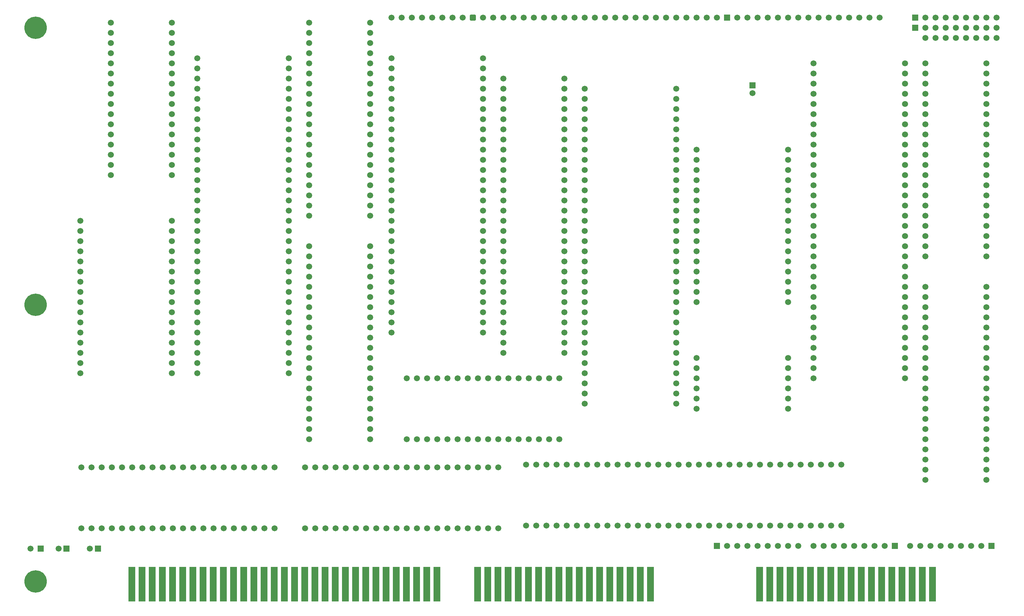
<source format=gbs>
%TF.GenerationSoftware,KiCad,Pcbnew,8.0.4*%
%TF.CreationDate,2024-08-10T12:49:49+02:00*%
%TF.ProjectId,Processor Board,50726f63-6573-4736-9f72-20426f617264,rev?*%
%TF.SameCoordinates,PX10f6c60PY1360f00*%
%TF.FileFunction,Soldermask,Bot*%
%TF.FilePolarity,Negative*%
%FSLAX46Y46*%
G04 Gerber Fmt 4.6, Leading zero omitted, Abs format (unit mm)*
G04 Created by KiCad (PCBNEW 8.0.4) date 2024-08-10 12:49:49*
%MOMM*%
%LPD*%
G01*
G04 APERTURE LIST*
G04 Aperture macros list*
%AMRoundRect*
0 Rectangle with rounded corners*
0 $1 Rounding radius*
0 $2 $3 $4 $5 $6 $7 $8 $9 X,Y pos of 4 corners*
0 Add a 4 corners polygon primitive as box body*
4,1,4,$2,$3,$4,$5,$6,$7,$8,$9,$2,$3,0*
0 Add four circle primitives for the rounded corners*
1,1,$1+$1,$2,$3*
1,1,$1+$1,$4,$5*
1,1,$1+$1,$6,$7*
1,1,$1+$1,$8,$9*
0 Add four rect primitives between the rounded corners*
20,1,$1+$1,$2,$3,$4,$5,0*
20,1,$1+$1,$4,$5,$6,$7,0*
20,1,$1+$1,$6,$7,$8,$9,0*
20,1,$1+$1,$8,$9,$2,$3,0*%
G04 Aperture macros list end*
%ADD10C,1.500000*%
%ADD11R,1.780000X8.620000*%
%ADD12RoundRect,0.262467X-0.537533X-0.537533X0.537533X-0.537533X0.537533X0.537533X-0.537533X0.537533X0*%
%ADD13R,1.600000X1.600000*%
%ADD14R,1.500000X1.500000*%
%ADD15RoundRect,0.400000X-0.400000X-0.400000X0.400000X-0.400000X0.400000X0.400000X-0.400000X0.400000X0*%
%ADD16C,5.600000*%
G04 APERTURE END LIST*
D10*
%TO.C,B10*%
X18772500Y1270000D03*
X18772500Y-1270000D03*
X18772500Y-3810000D03*
X18772500Y-6350000D03*
X18772500Y-8890000D03*
X18772500Y-11430000D03*
X18772500Y-13970000D03*
X18772500Y-16510000D03*
X18772500Y-19050000D03*
X18772500Y-21590000D03*
X18772500Y-24130000D03*
X18772500Y-26670000D03*
X18772500Y-29210000D03*
X18772500Y-31750000D03*
X18772500Y-34290000D03*
X18772500Y-36830000D03*
X34012500Y-36830000D03*
X34012500Y-34290000D03*
X34012500Y-31750000D03*
X34012500Y-29210000D03*
X34012500Y-26670000D03*
X34012500Y-24130000D03*
X34012500Y-21590000D03*
X34012500Y-19050000D03*
X34012500Y-16510000D03*
X34012500Y-13970000D03*
X34012500Y-11430000D03*
X34012500Y-8890000D03*
X34012500Y-6350000D03*
X34012500Y-3810000D03*
X34012500Y-1270000D03*
X34012500Y1270000D03*
%TD*%
D11*
%TO.C,J1*%
X180858248Y-139065000D03*
X183398248Y-139065000D03*
X185938248Y-139065000D03*
X188478248Y-139065000D03*
X191018248Y-139065000D03*
X193558248Y-139065000D03*
X196098248Y-139065000D03*
X198638248Y-139065000D03*
X201178248Y-139065000D03*
X203718248Y-139065000D03*
X206258248Y-139065000D03*
X208798248Y-139065000D03*
X211338248Y-139065000D03*
X213878248Y-139065000D03*
X216418248Y-139065000D03*
X218958248Y-139065000D03*
X221498248Y-139065000D03*
X224038248Y-139065000D03*
%TD*%
D12*
%TO.C,B18*%
X219710000Y2540000D03*
D10*
X222250000Y2540000D03*
X224790000Y2540000D03*
X227330000Y2540000D03*
X229870000Y2540000D03*
X232410000Y2540000D03*
X234950000Y2540000D03*
X237490000Y2540000D03*
X240030000Y2540000D03*
D13*
X219710000Y0D03*
D10*
X222250000Y0D03*
X224790000Y0D03*
X227330000Y0D03*
X229870000Y0D03*
X232410000Y0D03*
X234950000Y0D03*
X237490000Y0D03*
X240030000Y0D03*
X222250000Y-2540000D03*
X224790000Y-2540000D03*
X227329999Y-2540000D03*
X229870000Y-2540000D03*
X232410000Y-2540000D03*
X234950000Y-2540000D03*
X237490000Y-2540000D03*
X240030001Y-2540000D03*
%TD*%
%TO.C,B5*%
X116840000Y-12700000D03*
X116840000Y-15240000D03*
X116840000Y-17780000D03*
X116840000Y-20320000D03*
X116840000Y-22860000D03*
X116840000Y-25400000D03*
X116840000Y-27940000D03*
X116840000Y-30480000D03*
X116840000Y-33020000D03*
X116840000Y-35560000D03*
X116840000Y-38100000D03*
X116840000Y-40640000D03*
X116840000Y-43180000D03*
X116840000Y-45720000D03*
X116840000Y-48260000D03*
X116840000Y-50800000D03*
X116840000Y-53340000D03*
X116840000Y-55880000D03*
X116840000Y-58420000D03*
X116840000Y-60960000D03*
X116840000Y-63500000D03*
X116840000Y-66040000D03*
X116840000Y-68580000D03*
X116840000Y-71120000D03*
X116840000Y-73660000D03*
X116840000Y-76200000D03*
X116840000Y-78740000D03*
X116840000Y-81280000D03*
X132080000Y-81280000D03*
X132080000Y-78740000D03*
X132080000Y-76200000D03*
X132080000Y-73660000D03*
X132080000Y-71120000D03*
X132080000Y-68580000D03*
X132080000Y-66040000D03*
X132080000Y-63500000D03*
X132080000Y-60960000D03*
X132080000Y-58420000D03*
X132080000Y-55880000D03*
X132080000Y-53340000D03*
X132080000Y-50800000D03*
X132080000Y-48260000D03*
X132080000Y-45720000D03*
X132080000Y-43180000D03*
X132080000Y-40640000D03*
X132080000Y-38100000D03*
X132080000Y-35560000D03*
X132080000Y-33020000D03*
X132080000Y-30480000D03*
X132080000Y-27940000D03*
X132080000Y-25400000D03*
X132080000Y-22860000D03*
X132080000Y-20320000D03*
X132080000Y-17780000D03*
X132080000Y-15240000D03*
X132080000Y-12700000D03*
%TD*%
%TO.C,B3*%
X222250000Y-8890000D03*
X222250000Y-11430000D03*
X222250000Y-13970000D03*
X222250000Y-16510000D03*
X222250000Y-19050000D03*
X222250000Y-21590000D03*
X222250000Y-24130000D03*
X222250000Y-26670000D03*
X222250000Y-29210000D03*
X222250000Y-31750000D03*
X222250000Y-34290000D03*
X222250000Y-36830000D03*
X222250000Y-39370000D03*
X222250000Y-41910000D03*
X222250000Y-44450000D03*
X222250000Y-46990000D03*
X222250000Y-49530000D03*
X222250000Y-52070000D03*
X222250000Y-54610000D03*
X222250000Y-57150000D03*
X237490000Y-57150000D03*
X237490000Y-54610000D03*
X237490000Y-52070000D03*
X237490000Y-49530000D03*
X237490000Y-46990000D03*
X237490000Y-44450000D03*
X237490000Y-41910000D03*
X237490000Y-39370000D03*
X237490000Y-36830000D03*
X237490000Y-34290000D03*
X237490000Y-31750000D03*
X237490000Y-29210000D03*
X237490000Y-26670000D03*
X237490000Y-24130000D03*
X237490000Y-21590000D03*
X237490000Y-19050000D03*
X237490000Y-16510000D03*
X237490000Y-13970000D03*
X237490000Y-11430000D03*
X237490000Y-8890000D03*
%TD*%
%TO.C,B9*%
X59682000Y-109855000D03*
X57142000Y-109855000D03*
X54602000Y-109855000D03*
X52062000Y-109855000D03*
X49522000Y-109855000D03*
X46982000Y-109855000D03*
X44442000Y-109855000D03*
X41902000Y-109855000D03*
X39362000Y-109855000D03*
X36822000Y-109855000D03*
X34282000Y-109855000D03*
X31742000Y-109855000D03*
X29202000Y-109855000D03*
X26662000Y-109855000D03*
X24122000Y-109855000D03*
X21582000Y-109855000D03*
X19042000Y-109855000D03*
X16502000Y-109855000D03*
X13962000Y-109855000D03*
X11422000Y-109855000D03*
X11422000Y-125095000D03*
X13962000Y-125095000D03*
X16502000Y-125095000D03*
X19042000Y-125095000D03*
X21582000Y-125095000D03*
X24122000Y-125095000D03*
X26662000Y-125095000D03*
X29202000Y-125095000D03*
X31742000Y-125095000D03*
X34282000Y-125095000D03*
X36822000Y-125095000D03*
X39362000Y-125095000D03*
X41902000Y-125095000D03*
X44442000Y-125095000D03*
X46982000Y-125095000D03*
X49522000Y-125095000D03*
X52062000Y-125095000D03*
X54602000Y-125095000D03*
X57142000Y-125095000D03*
X59682000Y-125095000D03*
%TD*%
%TO.C,B11*%
X11152500Y-48260000D03*
X11152500Y-50800000D03*
X11152500Y-53340000D03*
X11152500Y-55880000D03*
X11152500Y-58420000D03*
X11152500Y-60960000D03*
X11152500Y-63500000D03*
X11152500Y-66040000D03*
X11152500Y-68580000D03*
X11152500Y-71120000D03*
X11152500Y-73660000D03*
X11152500Y-76200000D03*
X11152500Y-78740000D03*
X11152500Y-81280000D03*
X11152500Y-83820000D03*
X11152500Y-86360000D03*
X34012500Y-86360000D03*
X34012500Y-83820000D03*
X34012500Y-81280000D03*
X34012500Y-78740000D03*
X34012500Y-76200000D03*
X34012500Y-73660000D03*
X34012500Y-71120000D03*
X34012500Y-68580000D03*
X34012500Y-66040000D03*
X34012500Y-63500000D03*
X34012500Y-60960000D03*
X34012500Y-58420000D03*
X34012500Y-55880000D03*
X34012500Y-53340000D03*
X34012500Y-50800000D03*
X34012500Y-48260000D03*
%TD*%
D14*
%TO.C,RN8*%
X238760000Y-129540000D03*
D10*
X236220000Y-129540000D03*
X233680000Y-129540000D03*
X231140000Y-129540000D03*
X228600000Y-129540000D03*
X226060000Y-129540000D03*
X223520000Y-129540000D03*
X220980000Y-129540000D03*
X218440000Y-129540000D03*
%TD*%
%TO.C,B13*%
X88900000Y2540000D03*
X91440000Y2540000D03*
X93980000Y2540000D03*
X96520000Y2540000D03*
X99060000Y2540000D03*
X101600000Y2540000D03*
X104140000Y2540000D03*
X106680000Y2540000D03*
D15*
X109220000Y2540000D03*
D10*
X111760000Y2540000D03*
X114300000Y2540000D03*
X116840000Y2540000D03*
X119380000Y2540000D03*
X121920000Y2540000D03*
X124460000Y2540000D03*
X127000000Y2540000D03*
X129540000Y2540000D03*
X132080000Y2540000D03*
X134620000Y2540000D03*
X137160000Y2540000D03*
X139700000Y2540000D03*
X142240000Y2540000D03*
X144780000Y2540000D03*
X147320000Y2540000D03*
X149860000Y2540000D03*
X152400000Y2540000D03*
X154940000Y2540000D03*
X157480000Y2540000D03*
X160020000Y2540000D03*
X162560000Y2540000D03*
X165100000Y2540000D03*
X167640000Y2540000D03*
X170180000Y2540000D03*
D13*
X172720000Y2540000D03*
D10*
X175260000Y2540000D03*
X177800000Y2540000D03*
X180340000Y2540000D03*
X182880000Y2540000D03*
X185420000Y2540000D03*
X187960000Y2540000D03*
X190500000Y2540000D03*
X193040000Y2540000D03*
X195580000Y2540000D03*
X198120000Y2540000D03*
X200660000Y2540000D03*
X203200000Y2540000D03*
X205740000Y2540000D03*
X208280000Y2540000D03*
X210820000Y2540000D03*
%TD*%
%TO.C,B14*%
X68302500Y1270000D03*
X68302500Y-1270000D03*
X68302500Y-3810000D03*
X68302500Y-6350000D03*
X68302500Y-8890000D03*
X68302500Y-11430000D03*
X68302500Y-13970000D03*
X68302500Y-16510000D03*
X68302500Y-19050000D03*
X68302500Y-21590000D03*
X68302500Y-24130000D03*
X68302500Y-26670000D03*
X68302500Y-29210000D03*
X68302500Y-31750000D03*
X68302500Y-34290000D03*
X68302500Y-36830000D03*
X68302500Y-39370000D03*
X68302500Y-41910000D03*
X68302500Y-44450000D03*
X68302500Y-46990000D03*
X83542500Y-46990000D03*
X83542500Y-44450000D03*
X83542500Y-41910000D03*
X83542500Y-39370000D03*
X83542500Y-36830000D03*
X83542500Y-34290000D03*
X83542500Y-31750000D03*
X83542500Y-29210000D03*
X83542500Y-26670000D03*
X83542500Y-24130000D03*
X83542500Y-21590000D03*
X83542500Y-19050000D03*
X83542500Y-16510000D03*
X83542500Y-13970000D03*
X83542500Y-11430000D03*
X83542500Y-8890000D03*
X83542500Y-6350000D03*
X83542500Y-3810000D03*
X83542500Y-1270000D03*
X83542500Y1270000D03*
%TD*%
%TO.C,B19*%
X165100000Y-82550000D03*
X165100000Y-85090000D03*
X165100000Y-87630000D03*
X165100000Y-90170000D03*
X165100000Y-92710000D03*
X165100000Y-95250000D03*
X187960000Y-95250000D03*
X187960000Y-92710000D03*
X187960000Y-90170000D03*
X187960000Y-87630000D03*
X187960000Y-85090000D03*
X187960000Y-82550000D03*
%TD*%
D14*
%TO.C,C4*%
X7739000Y-130175000D03*
D10*
X5739000Y-130175000D03*
%TD*%
D16*
%TO.C,H8*%
X0Y0D03*
%TD*%
D10*
%TO.C,B15*%
X130810000Y-87630000D03*
X128270000Y-87630000D03*
X125730000Y-87630000D03*
X123190000Y-87630000D03*
X120650000Y-87630000D03*
X118110000Y-87630000D03*
X115570000Y-87630000D03*
X113030000Y-87630000D03*
X110490000Y-87630000D03*
X107950000Y-87630000D03*
X105410000Y-87630000D03*
X102870000Y-87630000D03*
X100330000Y-87630000D03*
X97790000Y-87630000D03*
X95250000Y-87630000D03*
X92710000Y-87630000D03*
X92710000Y-102870000D03*
X95250000Y-102870000D03*
X97790000Y-102870000D03*
X100330000Y-102870000D03*
X102870000Y-102870000D03*
X105410000Y-102870000D03*
X107950000Y-102870000D03*
X110490000Y-102870000D03*
X113030000Y-102870000D03*
X115570000Y-102870000D03*
X118110000Y-102870000D03*
X120650000Y-102870000D03*
X123190000Y-102870000D03*
X125730000Y-102870000D03*
X128270000Y-102870000D03*
X130810000Y-102870000D03*
%TD*%
D14*
%TO.C,RN9*%
X214630000Y-129540000D03*
D10*
X212090000Y-129540000D03*
X209550000Y-129540000D03*
X207010000Y-129540000D03*
X204470000Y-129540000D03*
X201930000Y-129540000D03*
X199390000Y-129540000D03*
X196850000Y-129540000D03*
X194310000Y-129540000D03*
%TD*%
%TO.C,B6*%
X40362500Y-7620000D03*
X40362500Y-10160000D03*
X40362500Y-12700000D03*
X40362500Y-15240000D03*
X40362500Y-17780000D03*
X40362500Y-20320000D03*
X40362500Y-22860000D03*
X40362500Y-25400000D03*
X40362500Y-27940000D03*
X40362500Y-30480000D03*
X40362500Y-33020000D03*
X40362500Y-35560000D03*
X40362500Y-38100000D03*
X40362500Y-40640000D03*
X40362500Y-43180000D03*
X40362500Y-45720000D03*
X40362500Y-48260000D03*
X40362500Y-50800000D03*
X40362500Y-53340000D03*
X40362500Y-55880000D03*
X40362500Y-58420000D03*
X40362500Y-60960000D03*
X40362500Y-63500000D03*
X40362500Y-66040000D03*
X40362500Y-68580000D03*
X40362500Y-71120000D03*
X40362500Y-73660000D03*
X40362500Y-76200000D03*
X40362500Y-78740000D03*
X40362500Y-81280000D03*
X40362500Y-83820000D03*
X40362500Y-86360000D03*
X63222500Y-86360000D03*
X63222500Y-83820000D03*
X63222500Y-81280000D03*
X63222500Y-78740000D03*
X63222500Y-76200000D03*
X63222500Y-73660000D03*
X63222500Y-71120000D03*
X63222500Y-68580000D03*
X63222500Y-66040000D03*
X63222500Y-63500000D03*
X63222500Y-60960000D03*
X63222500Y-58420000D03*
X63222500Y-55880000D03*
X63222500Y-53340000D03*
X63222500Y-50800000D03*
X63222500Y-48260000D03*
X63222500Y-45720000D03*
X63222500Y-43180000D03*
X63222500Y-40640000D03*
X63222500Y-38100000D03*
X63222500Y-35560000D03*
X63222500Y-33020000D03*
X63222500Y-30480000D03*
X63222500Y-27940000D03*
X63222500Y-25400000D03*
X63222500Y-22860000D03*
X63222500Y-20320000D03*
X63222500Y-17780000D03*
X63222500Y-15240000D03*
X63222500Y-12700000D03*
X63222500Y-10160000D03*
X63222500Y-7620000D03*
%TD*%
%TO.C,B16*%
X68302500Y-54610000D03*
X68302500Y-57150000D03*
X68302500Y-59690000D03*
X68302500Y-62230000D03*
X68302500Y-64770000D03*
X68302500Y-67310000D03*
X68302500Y-69850000D03*
X68302500Y-72390000D03*
X68302500Y-74930000D03*
X68302500Y-77470000D03*
X68302500Y-80010000D03*
X68302500Y-82550000D03*
X68302500Y-85090000D03*
X68302500Y-87630000D03*
X68302500Y-90170000D03*
X68302500Y-92710000D03*
X68302500Y-95250000D03*
X68302500Y-97790000D03*
X68302500Y-100330000D03*
X68302500Y-102870000D03*
X83542500Y-102870000D03*
X83542500Y-100330000D03*
X83542500Y-97790000D03*
X83542500Y-95250000D03*
X83542500Y-92710000D03*
X83542500Y-90170000D03*
X83542500Y-87630000D03*
X83542500Y-85090000D03*
X83542500Y-82550000D03*
X83542500Y-80010000D03*
X83542500Y-77470000D03*
X83542500Y-74930000D03*
X83542500Y-72390000D03*
X83542500Y-69850000D03*
X83542500Y-67310000D03*
X83542500Y-64770000D03*
X83542500Y-62230000D03*
X83542500Y-59690000D03*
X83542500Y-57150000D03*
X83542500Y-54610000D03*
%TD*%
D14*
%TO.C,LED2*%
X1262000Y-130175000D03*
D10*
X-1278000Y-130175000D03*
%TD*%
D14*
%TO.C,C3*%
X15581000Y-130175000D03*
D10*
X13581000Y-130175000D03*
%TD*%
%TO.C,B1*%
X137160000Y-15240000D03*
X137160000Y-17780000D03*
X137160000Y-20320000D03*
X137160000Y-22860000D03*
X137160000Y-25400000D03*
X137160000Y-27940000D03*
X137160000Y-30480000D03*
X137160000Y-33020000D03*
X137160000Y-35560000D03*
X137160000Y-38100000D03*
X137160000Y-40640000D03*
X137160000Y-43180000D03*
X137160000Y-45720000D03*
X137160000Y-48260000D03*
X137160000Y-50800000D03*
X137160000Y-53340000D03*
X137160000Y-55880000D03*
X137160000Y-58420000D03*
X137160000Y-60960000D03*
X137160000Y-63500000D03*
X137160000Y-66040000D03*
X137160000Y-68580000D03*
X137160000Y-71120000D03*
X137160000Y-73660000D03*
X137160000Y-76200000D03*
X137160000Y-78740000D03*
X137160000Y-81280000D03*
X137160000Y-83820000D03*
X137160000Y-86360000D03*
X137160000Y-88900000D03*
X137160000Y-91440000D03*
X137160000Y-93980000D03*
X160020000Y-93980000D03*
X160020000Y-91440000D03*
X160020000Y-88900000D03*
X160020000Y-86360000D03*
X160020000Y-83820000D03*
X160020000Y-81280000D03*
X160020000Y-78740000D03*
X160020000Y-76200000D03*
X160020000Y-73660000D03*
X160020000Y-71120000D03*
X160020000Y-68580000D03*
X160020000Y-66040000D03*
X160020000Y-63500000D03*
X160020000Y-60960000D03*
X160020000Y-58420000D03*
X160020000Y-55880000D03*
X160020000Y-53340000D03*
X160020000Y-50800000D03*
X160020000Y-48260000D03*
X160020000Y-45720000D03*
X160020000Y-43180000D03*
X160020000Y-40640000D03*
X160020000Y-38100000D03*
X160020000Y-35560000D03*
X160020000Y-33020000D03*
X160020000Y-30480000D03*
X160020000Y-27940000D03*
X160020000Y-25400000D03*
X160020000Y-22860000D03*
X160020000Y-20320000D03*
X160020000Y-17780000D03*
X160020000Y-15240000D03*
%TD*%
D16*
%TO.C,H16*%
X0Y-69215000D03*
%TD*%
D10*
%TO.C,B4*%
X88900000Y-7620000D03*
X88900000Y-10160000D03*
X88900000Y-12700000D03*
X88900000Y-15240000D03*
X88900000Y-17780000D03*
X88900000Y-20320000D03*
X88900000Y-22860000D03*
X88900000Y-25400000D03*
X88900000Y-27940000D03*
X88900000Y-30480000D03*
X88900000Y-33020000D03*
X88900000Y-35560000D03*
X88900000Y-38100000D03*
X88900000Y-40640000D03*
X88900000Y-43180000D03*
X88900000Y-45720000D03*
X88900000Y-48260000D03*
X88900000Y-50800000D03*
X88900000Y-53340000D03*
X88900000Y-55880000D03*
X88900000Y-58420000D03*
X88900000Y-60960000D03*
X88900000Y-63500000D03*
X88900000Y-66040000D03*
X88900000Y-68580000D03*
X88900000Y-71120000D03*
X88900000Y-73660000D03*
X88900000Y-76200000D03*
X111760000Y-76200000D03*
X111760000Y-73660000D03*
X111760000Y-71120000D03*
X111760000Y-68580000D03*
X111760000Y-66040000D03*
X111760000Y-63500000D03*
X111760000Y-60960000D03*
X111760000Y-58420000D03*
X111760000Y-55880000D03*
X111760000Y-53340000D03*
X111760000Y-50800000D03*
X111760000Y-48260000D03*
X111760000Y-45720000D03*
X111760000Y-43180000D03*
X111760000Y-40640000D03*
X111760000Y-38100000D03*
X111760000Y-35560000D03*
X111760000Y-33020000D03*
X111760000Y-30480000D03*
X111760000Y-27940000D03*
X111760000Y-25400000D03*
X111760000Y-22860000D03*
X111760000Y-20320000D03*
X111760000Y-17780000D03*
X111760000Y-15240000D03*
X111760000Y-12700000D03*
X111760000Y-10160000D03*
X111760000Y-7620000D03*
%TD*%
%TO.C,B2*%
X165100000Y-30480000D03*
X165100000Y-33020000D03*
X165100000Y-35560000D03*
X165100000Y-38100000D03*
X165100000Y-40640000D03*
X165100000Y-43180000D03*
X165100000Y-45720000D03*
X165100000Y-48260000D03*
X165100000Y-50800000D03*
X165100000Y-53340000D03*
X165100000Y-55880000D03*
X165100000Y-58420000D03*
X165100000Y-60960000D03*
X165100000Y-63500000D03*
X165100000Y-66040000D03*
X165100000Y-68580000D03*
X187960000Y-68580000D03*
X187960000Y-66040000D03*
X187960000Y-63500000D03*
X187960000Y-60960000D03*
X187960000Y-58420000D03*
X187960000Y-55880000D03*
X187960000Y-53340000D03*
X187960000Y-50800000D03*
X187960000Y-48260000D03*
X187960000Y-45720000D03*
X187960000Y-43180000D03*
X187960000Y-40640000D03*
X187960000Y-38100000D03*
X187960000Y-35560000D03*
X187960000Y-33020000D03*
X187960000Y-30480000D03*
%TD*%
D11*
%TO.C,J5*%
X24079200Y-139065000D03*
X26619200Y-139065000D03*
X29159200Y-139065000D03*
X31699200Y-139065000D03*
X34239200Y-139065000D03*
X36779200Y-139065000D03*
X39319200Y-139065000D03*
X41859200Y-139065000D03*
X44399200Y-139065000D03*
X46939200Y-139065000D03*
X49479200Y-139065000D03*
X52019200Y-139065000D03*
X54559200Y-139065000D03*
X57099200Y-139065000D03*
X59639200Y-139065000D03*
X62179200Y-139065000D03*
X64719200Y-139065000D03*
X67259200Y-139065000D03*
X69799200Y-139065000D03*
X72339200Y-139065000D03*
X74879200Y-139065000D03*
X77419200Y-139065000D03*
X79959200Y-139065000D03*
X82499200Y-139065000D03*
X85039200Y-139065000D03*
X87579200Y-139065000D03*
X90119200Y-139065000D03*
X92659200Y-139065000D03*
X95199200Y-139065000D03*
X97739200Y-139065000D03*
X100279200Y-139065000D03*
X110439200Y-139065000D03*
X112979200Y-139065000D03*
X115519200Y-139065000D03*
X118059200Y-139065000D03*
X120599200Y-139065000D03*
X123139200Y-139065000D03*
X125679200Y-139065000D03*
X128219200Y-139065000D03*
X130759200Y-139065000D03*
X133299200Y-139065000D03*
X135839200Y-139065000D03*
X138379200Y-139065000D03*
X140919200Y-139065000D03*
X143459200Y-139065000D03*
X145999200Y-139065000D03*
X148539200Y-139065000D03*
X151079200Y-139065000D03*
X153619200Y-139065000D03*
%TD*%
D14*
%TO.C,RN7*%
X170180000Y-129540000D03*
D10*
X172720000Y-129540000D03*
X175260000Y-129540000D03*
X177800000Y-129540000D03*
X180340000Y-129540000D03*
X182880000Y-129540000D03*
X185420000Y-129540000D03*
X187960000Y-129540000D03*
X190500000Y-129540000D03*
%TD*%
%TO.C,B8*%
X115562000Y-109855000D03*
X113022000Y-109855000D03*
X110482000Y-109855000D03*
X107942000Y-109855000D03*
X105402000Y-109855000D03*
X102862000Y-109855000D03*
X100322000Y-109855000D03*
X97782000Y-109855000D03*
X95242000Y-109855000D03*
X92702000Y-109855000D03*
X90162000Y-109855000D03*
X87622000Y-109855000D03*
X85082000Y-109855000D03*
X82542000Y-109855000D03*
X80002000Y-109855000D03*
X77462000Y-109855000D03*
X74922000Y-109855000D03*
X72382000Y-109855000D03*
X69842000Y-109855000D03*
X67302000Y-109855000D03*
X67302000Y-125095000D03*
X69842000Y-125095000D03*
X72382000Y-125095000D03*
X74922000Y-125095000D03*
X77462000Y-125095000D03*
X80002000Y-125095000D03*
X82542000Y-125095000D03*
X85082000Y-125095000D03*
X87622000Y-125095000D03*
X90162000Y-125095000D03*
X92702000Y-125095000D03*
X95242000Y-125095000D03*
X97782000Y-125095000D03*
X100322000Y-125095000D03*
X102862000Y-125095000D03*
X105402000Y-125095000D03*
X107942000Y-125095000D03*
X110482000Y-125095000D03*
X113022000Y-125095000D03*
X115562000Y-125095000D03*
%TD*%
%TO.C,B7*%
X201287000Y-109220000D03*
X198747000Y-109220000D03*
X196207000Y-109220000D03*
X193667000Y-109220000D03*
X191127000Y-109220000D03*
X188587000Y-109220000D03*
X186047000Y-109220000D03*
X183507000Y-109220000D03*
X180967000Y-109220000D03*
X178427000Y-109220000D03*
X175887000Y-109220000D03*
X173347000Y-109220000D03*
X170807000Y-109220000D03*
X168267000Y-109220000D03*
X165727000Y-109220000D03*
X163187000Y-109220000D03*
X160647000Y-109220000D03*
X158107000Y-109220000D03*
X155567000Y-109220000D03*
X153027000Y-109220000D03*
X150487000Y-109220000D03*
X147947000Y-109220000D03*
X145407000Y-109220000D03*
X142867000Y-109220000D03*
X140327000Y-109220000D03*
X137787000Y-109220000D03*
X135247000Y-109220000D03*
X132707000Y-109220000D03*
X130167000Y-109220000D03*
X127627000Y-109220000D03*
X125087000Y-109220000D03*
X122547000Y-109220000D03*
X122547000Y-124460000D03*
X125087000Y-124460000D03*
X127627000Y-124460000D03*
X130167000Y-124460000D03*
X132707000Y-124460000D03*
X135247000Y-124460000D03*
X137787000Y-124460000D03*
X140327000Y-124460000D03*
X142867000Y-124460000D03*
X145407000Y-124460000D03*
X147947000Y-124460000D03*
X150487000Y-124460000D03*
X153027000Y-124460000D03*
X155567000Y-124460000D03*
X158107000Y-124460000D03*
X160647000Y-124460000D03*
X163187000Y-124460000D03*
X165727000Y-124460000D03*
X168267000Y-124460000D03*
X170807000Y-124460000D03*
X173347000Y-124460000D03*
X175887000Y-124460000D03*
X178427000Y-124460000D03*
X180967000Y-124460000D03*
X183507000Y-124460000D03*
X186047000Y-124460000D03*
X188587000Y-124460000D03*
X191127000Y-124460000D03*
X193667000Y-124460000D03*
X196207000Y-124460000D03*
X198747000Y-124460000D03*
X201287000Y-124460000D03*
%TD*%
%TO.C,B12*%
X222250000Y-64770000D03*
X222250000Y-67310000D03*
X222250000Y-69850000D03*
X222250000Y-72390000D03*
X222250000Y-74930000D03*
X222250000Y-77470000D03*
X222250000Y-80010000D03*
X222250000Y-82550000D03*
X222250000Y-85090000D03*
X222250000Y-87630000D03*
X222250000Y-90170000D03*
X222250000Y-92710000D03*
X222250000Y-95250000D03*
X222250000Y-97790000D03*
X222250000Y-100330000D03*
X222250000Y-102870000D03*
X222250000Y-105410000D03*
X222250000Y-107950000D03*
X222250000Y-110490000D03*
X222250000Y-113030000D03*
X237490000Y-113030000D03*
X237490000Y-110490000D03*
X237490000Y-107950000D03*
X237490000Y-105410000D03*
X237490000Y-102870000D03*
X237490000Y-100330000D03*
X237490000Y-97790000D03*
X237490000Y-95250000D03*
X237490000Y-92710000D03*
X237490000Y-90170000D03*
X237490000Y-87630000D03*
X237490000Y-85090000D03*
X237490000Y-82550000D03*
X237490000Y-80010000D03*
X237490000Y-77470000D03*
X237490000Y-74930000D03*
X237490000Y-72390000D03*
X237490000Y-69850000D03*
X237490000Y-67310000D03*
X237490000Y-64770000D03*
%TD*%
D14*
%TO.C,C5*%
X179070000Y-14351000D03*
D10*
X179070000Y-16351001D03*
%TD*%
D16*
%TO.C,H9*%
X0Y-138430000D03*
%TD*%
D10*
%TO.C,B17*%
X194310000Y-8890000D03*
X194310000Y-11430000D03*
X194310000Y-13970000D03*
X194310000Y-16510000D03*
X194310000Y-19050000D03*
X194310000Y-21590000D03*
X194310000Y-24130000D03*
X194310000Y-26670000D03*
X194310000Y-29210000D03*
X194310000Y-31750000D03*
X194310000Y-34290000D03*
X194310000Y-36830000D03*
X194310000Y-39370000D03*
X194310000Y-41910000D03*
X194310000Y-44450000D03*
X194310000Y-46990000D03*
X194310000Y-49530000D03*
X194310000Y-52070000D03*
X194310000Y-54610000D03*
X194310000Y-57150000D03*
X194310000Y-59690000D03*
X194310000Y-62230000D03*
X194310000Y-64770000D03*
X194310000Y-67310000D03*
X194310000Y-69850000D03*
X194310000Y-72390000D03*
X194310000Y-74930000D03*
X194310000Y-77470000D03*
X194310000Y-80010000D03*
X194310000Y-82550000D03*
X194310000Y-85090000D03*
X194310000Y-87630000D03*
X217170000Y-87630000D03*
X217170000Y-85090000D03*
X217170000Y-82550000D03*
X217170000Y-80010000D03*
X217170000Y-77470000D03*
X217170000Y-74930000D03*
X217170000Y-72390000D03*
X217170000Y-69850000D03*
X217170000Y-67310000D03*
X217170000Y-64770000D03*
X217170000Y-62230000D03*
X217170000Y-59690000D03*
X217170000Y-57150000D03*
X217170000Y-54610000D03*
X217170000Y-52070000D03*
X217170000Y-49530000D03*
X217170000Y-46990000D03*
X217170000Y-44450000D03*
X217170000Y-41910000D03*
X217170000Y-39370000D03*
X217170000Y-36830000D03*
X217170000Y-34290000D03*
X217170000Y-31750000D03*
X217170000Y-29210000D03*
X217170000Y-26670000D03*
X217170000Y-24130000D03*
X217170000Y-21590000D03*
X217170000Y-19050000D03*
X217170000Y-16510000D03*
X217170000Y-13970000D03*
X217170000Y-11430000D03*
X217170000Y-8890000D03*
%TD*%
M02*

</source>
